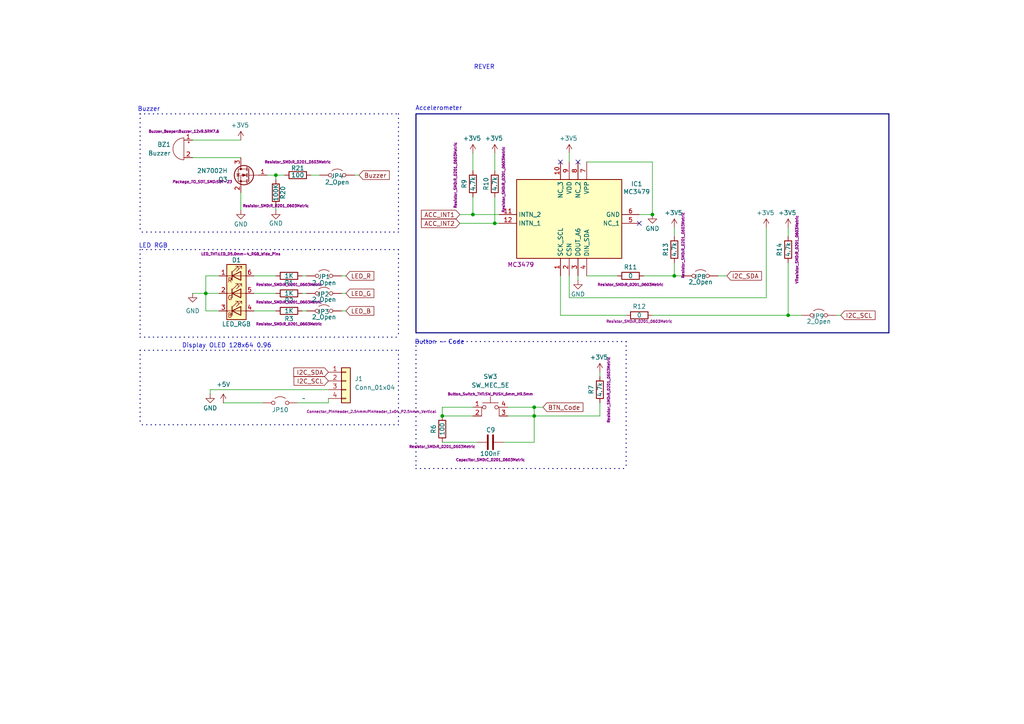
<source format=kicad_sch>
(kicad_sch (version 20231120) (generator "eeschema") (generator_version "8.0")
  (paper "A4")
  (lib_symbols
    (symbol "Connector_Generic:Conn_01x04" (pin_names (offset 1.016) hide)
      (property "Reference" "J" (at 0 5.08 0))
      (property "Value" "Conn_01x04" (at 0 -7.62 0))
      (symbol "Conn_01x04_1_1"
        (rectangle (start -1.27 -4.953) (end 0 -5.207) (stroke (width 0.1524)))
        (rectangle (start -1.27 -2.413) (end 0 -2.667) (stroke (width 0.1524)))
        (rectangle (start -1.27 0.127) (end 0 -0.127) (stroke (width 0.1524)))
        (rectangle (start -1.27 2.667) (end 0 2.413) (stroke (width 0.1524)))
        (rectangle (start -1.27 3.81) (end 1.27 -6.35) (stroke (width 0.254)) (fill (type background)))
        (pin passive line (at -5.08 2.54 0) (length 3.81) (name "Pin_1") (number "1"))
        (pin passive line (at -5.08 0 0) (length 3.81) (name "Pin_2") (number "2"))
        (pin passive line (at -5.08 -2.54 0) (length 3.81) (name "Pin_3") (number "3"))
        (pin passive line (at -5.08 -5.08 0) (length 3.81) (name "Pin_4") (number "4"))
      )
    )
    (symbol "Device:Buzzer" (pin_names (offset 0.0254) hide)
      (property "Reference" "BZ" (at 3.81 1.27 0))
      (property "Value" "Buzzer" (at 3.81 -1.27 0))
      (symbol "Buzzer_0_1"
        (arc (start 0 -3.175) (mid 3.1612 0) (end 0 3.175))
        (polyline (pts (xy -1.651 1.905) (xy -1.143 1.905)))
        (polyline (pts (xy -1.397 2.159) (xy -1.397 1.651)))
        (polyline (pts (xy 0 3.175) (xy 0 -3.175)))
      )
      (symbol "Buzzer_1_1"
        (pin passive line (at -2.54 2.54 0) (length 2.54) (name "+") (number "1"))
        (pin passive line (at -2.54 -2.54 0) (length 2.54) (name "-") (number "2"))
      )
    )
    (symbol "Device:C" (pin_numbers hide) (pin_names (offset 0.254))
      (property "Reference" "C" (at 0.635 2.54 0))
      (property "Value" "C" (at 0.635 -2.54 0))
      (symbol "C_0_1"
        (polyline (pts (xy -2.032 -0.762) (xy 2.032 -0.762)) (stroke (width 0.508)))
        (polyline (pts (xy -2.032 0.762) (xy 2.032 0.762)) (stroke (width 0.508)))
      )
      (symbol "C_1_1"
        (pin passive line (at 0 3.81 270) (length 2.794) (name "~") (number "1"))
        (pin passive line (at 0 -3.81 90) (length 2.794) (name "~") (number "2"))
      )
    )
    (symbol "Device:LED_RGB" (pin_names (offset 0) hide)
      (property "Reference" "D" (at 0 9.398 0))
      (property "Value" "LED_RGB" (at 0 -8.89 0))
      (symbol "LED_RGB_0_0"
        (text "B" (at -1.905 -6.35 0) (effects (font (size 1.27 1.27))))
        (text "G" (at -1.905 -1.27 0) (effects (font (size 1.27 1.27))))
        (text "R" (at -1.905 3.81 0) (effects (font (size 1.27 1.27))))
      )
      (symbol "LED_RGB_0_1"
        (polyline (pts (xy -1.27 -5.08) (xy -2.54 -5.08)))
        (polyline (pts (xy -1.27 -5.08) (xy 1.27 -5.08)))
        (polyline (pts (xy -1.27 -3.81) (xy -1.27 -6.35)) (stroke (width 0.254)))
        (polyline (pts (xy -1.27 0) (xy -2.54 0)))
        (polyline (pts (xy -1.27 1.27) (xy -1.27 -1.27)) (stroke (width 0.254)))
        (polyline (pts (xy -1.27 5.08) (xy -2.54 5.08)))
        (polyline (pts (xy -1.27 5.08) (xy 1.27 5.08)))
        (polyline (pts (xy -1.27 6.35) (xy -1.27 3.81)) (stroke (width 0.254)))
        (polyline (pts (xy 1.27 -5.08) (xy 2.54 -5.08)))
        (polyline (pts (xy 1.27 0) (xy -1.27 0)))
        (polyline (pts (xy 1.27 0) (xy 2.54 0)))
        (polyline (pts (xy 1.27 5.08) (xy 2.54 5.08)))
        (polyline (pts (xy -1.27 1.27) (xy -1.27 -1.27) (xy -1.27 -1.27)))
        (polyline (pts (xy -1.27 6.35) (xy -1.27 3.81) (xy -1.27 3.81)))
        (polyline (pts (xy 1.27 -3.81) (xy 1.27 -6.35) (xy -1.27 -5.08) (xy 1.27 -3.81)) (stroke (width 0.254)))
        (polyline (pts (xy 1.27 1.27) (xy 1.27 -1.27) (xy -1.27 0) (xy 1.27 1.27)) (stroke (width 0.254)))
        (polyline (pts (xy 1.27 6.35) (xy 1.27 3.81) (xy -1.27 5.08) (xy 1.27 6.35)) (stroke (width 0.254)))
        (polyline (pts (xy -1.016 -3.81) (xy 0.508 -2.286) (xy -0.254 -2.286) (xy 0.508 -2.286) (xy 0.508 -3.048)))
        (polyline (pts (xy -1.016 1.27) (xy 0.508 2.794) (xy -0.254 2.794) (xy 0.508 2.794) (xy 0.508 2.032)))
        (polyline (pts (xy -1.016 6.35) (xy 0.508 7.874) (xy -0.254 7.874) (xy 0.508 7.874) (xy 0.508 7.112)))
        (polyline (pts (xy 0 -3.81) (xy 1.524 -2.286) (xy 0.762 -2.286) (xy 1.524 -2.286) (xy 1.524 -3.048)))
        (polyline (pts (xy 0 1.27) (xy 1.524 2.794) (xy 0.762 2.794) (xy 1.524 2.794) (xy 1.524 2.032)))
        (polyline (pts (xy 0 6.35) (xy 1.524 7.874) (xy 0.762 7.874) (xy 1.524 7.874) (xy 1.524 7.112)))
        (rectangle (start 1.27 -1.27) (end 1.27 1.27))
        (rectangle (start 1.27 1.27) (end 1.27 1.27))
        (rectangle (start 1.27 3.81) (end 1.27 6.35))
        (rectangle (start 1.27 6.35) (end 1.27 6.35))
        (rectangle (start 2.794 8.382) (end -2.794 -7.62) (stroke (width 0.254)) (fill (type background)))
      )
      (symbol "LED_RGB_1_1"
        (pin passive line (at -5.08 5.08 0) (length 2.54) (name "RK") (number "1"))
        (pin passive line (at -5.08 0 0) (length 2.54) (name "GK") (number "2"))
        (pin passive line (at -5.08 -5.08 0) (length 2.54) (name "BK") (number "3"))
        (pin passive line (at 5.08 -5.08 180) (length 2.54) (name "BA") (number "4"))
        (pin passive line (at 5.08 0 180) (length 2.54) (name "GA") (number "5"))
        (pin passive line (at 5.08 5.08 180) (length 2.54) (name "RA") (number "6"))
      )
    )
    (symbol "Device:R" (pin_numbers hide) (pin_names (offset 0))
      (property "Reference" "R" (at 2.032 0 90))
      (property "Value" "R" (at 0 0 90))
      (symbol "R_0_1"
        (rectangle (start -1.016 -2.54) (end 1.016 2.54) (stroke (width 0.254)))
      )
      (symbol "R_1_1"
        (pin passive line (at 0 3.81 270) (length 1.27) (name "~") (number "1"))
        (pin passive line (at 0 -3.81 90) (length 1.27) (name "~") (number "2"))
      )
    )
    (symbol "FK:+3V5" (power) (pin_names (offset 0))
      (property "Value" "+3V5" (at 0 3.556 0))
      (symbol "+3V5_0_1"
        (polyline (pts (xy -0.762 1.27) (xy 0 2.54)))
        (polyline (pts (xy 0 0) (xy 0 2.54)))
        (polyline (pts (xy 0 2.54) (xy 0.762 1.27)))
      )
      (symbol "+3V5_1_1"
        (pin power_in line (at 0 0 90) (length 0) hide (name "+3V5") (number "1"))
      )
    )
    (symbol "Jumper:Jumper_2_Open" (pin_numbers hide) (pin_names (offset 0) hide) (exclude_from_sim yes)
      (property "Reference" "JP" (at 0 2.794 0))
      (property "Value" "Jumper_2_Open" (at 0 -2.286 0))
      (symbol "Jumper_2_Open_0_0"
        (circle (center -2.032 0) (radius 0.508))
        (circle (center 2.032 0) (radius 0.508))
      )
      (symbol "Jumper_2_Open_0_1"
        (arc (start 1.524 1.27) (mid 0 1.778) (end -1.524 1.27))
      )
      (symbol "Jumper_2_Open_1_1"
        (pin passive line (at -5.08 0 0) (length 2.54) (name "A") (number "1"))
        (pin passive line (at 5.08 0 180) (length 2.54) (name "B") (number "2"))
      )
    )
    (symbol "MC3479:MC3479"
      (property "Reference" "IC" (at 29.21 17.78 0))
      (property "Value" "MC3479" (at 29.21 15.24 0))
      (symbol "MC3479_1_1"
        (rectangle (start 5.08 12.7) (end 27.94 -17.78) (stroke (width 0.254)) (fill (type background)))
        (pin passive line (at 0 0 0) (length 5.08) (name "SCK_SCL") (number "1"))
        (pin passive line (at 33.02 0 180) (length 5.08) (name "NC_3") (number "10"))
        (pin passive line (at 17.78 17.78 270) (length 5.08) (name "INTN_2") (number "11"))
        (pin passive line (at 15.24 17.78 270) (length 5.08) (name "INTN_1") (number "12"))
        (pin passive line (at 0 -2.54 0) (length 5.08) (name "CSN") (number "2"))
        (pin passive line (at 0 -5.08 0) (length 5.08) (name "DOUT_A6") (number "3"))
        (pin passive line (at 0 -7.62 0) (length 5.08) (name "DIN_SDA") (number "4"))
        (pin passive line (at 15.24 -22.86 90) (length 5.08) (name "NC_1") (number "5"))
        (pin passive line (at 17.78 -22.86 90) (length 5.08) (name "GND") (number "6"))
        (pin passive line (at 33.02 -7.62 180) (length 5.08) (name "VPP") (number "7"))
        (pin passive line (at 33.02 -5.08 180) (length 5.08) (name "NC_2") (number "8"))
        (pin passive line (at 33.02 -2.54 180) (length 5.08) (name "VDD") (number "9"))
      )
    )
    (symbol "Switch:SW_MEC_5E" (pin_names (offset 1.016) hide)
      (property "Reference" "SW" (at 0.635 5.715 0))
      (property "Value" "SW_MEC_5E" (at 0 -3.175 0))
      (symbol "SW_MEC_5E_0_1"
        (circle (center -1.778 2.54) (radius 0.508))
        (polyline (pts (xy -2.286 3.81) (xy 2.286 3.81)))
        (polyline (pts (xy 0 3.81) (xy 0 5.588)))
        (polyline (pts (xy -2.54 0) (xy -2.54 2.54) (xy -2.286 2.54)))
        (polyline (pts (xy 2.54 0) (xy 2.54 2.54) (xy 2.286 2.54)))
        (circle (center 1.778 2.54) (radius 0.508))
        (pin passive line (at -5.08 2.54 0) (length 2.54) (name "1") (number "1"))
        (pin passive line (at -5.08 0 0) (length 2.54) (name "2") (number "2"))
        (pin passive line (at 5.08 0 180) (length 2.54) (name "K") (number "3"))
        (pin passive line (at 5.08 2.54 180) (length 2.54) (name "A") (number "4"))
      )
    )
    (symbol "Transistor_FET:2N7002H" (pin_names hide)
      (property "Reference" "Q" (at 5.08 1.905 0))
      (property "Value" "2N7002H" (at 5.08 0 0))
      (symbol "2N7002H_0_1"
        (polyline (pts (xy 0.254 0) (xy -2.54 0)))
        (polyline (pts (xy 0.254 1.905) (xy 0.254 -1.905)) (stroke (width 0.254)))
        (polyline (pts (xy 0.762 -1.27) (xy 0.762 -2.286)) (stroke (width 0.254)))
        (polyline (pts (xy 0.762 0.508) (xy 0.762 -0.508)) (stroke (width 0.254)))
        (polyline (pts (xy 0.762 2.286) (xy 0.762 1.27)) (stroke (width 0.254)))
        (polyline (pts (xy 2.54 2.54) (xy 2.54 1.778)))
        (polyline (pts (xy 2.54 -2.54) (xy 2.54 0) (xy 0.762 0)))
        (polyline (pts (xy 0.762 -1.778) (xy 3.302 -1.778) (xy 3.302 1.778) (xy 0.762 1.778)))
        (polyline (pts (xy 1.016 0) (xy 2.032 0.381) (xy 2.032 -0.381) (xy 1.016 0)) (fill (type outline)))
        (polyline (pts (xy 2.794 0.508) (xy 2.921 0.381) (xy 3.683 0.381) (xy 3.81 0.254)))
        (polyline (pts (xy 3.302 0.381) (xy 2.921 -0.254) (xy 3.683 -0.254) (xy 3.302 0.381)))
        (circle (center 1.651 0) (radius 2.794) (stroke (width 0.254)))
        (circle (center 2.54 -1.778) (radius 0.254) (fill (type outline)))
        (circle (center 2.54 1.778) (radius 0.254) (fill (type outline)))
      )
      (symbol "2N7002H_1_1"
        (pin input line (at -5.08 0 0) (length 2.54) (name "G") (number "1"))
        (pin passive line (at 2.54 -5.08 90) (length 2.54) (name "S") (number "2"))
        (pin passive line (at 2.54 5.08 270) (length 2.54) (name "D") (number "3"))
      )
    )
    (symbol "power:+5V" (power) (pin_numbers hide) (pin_names (offset 0) hide)
      (property "Value" "+5V" (at 0 3.556 0))
      (symbol "+5V_0_1"
        (polyline (pts (xy -0.762 1.27) (xy 0 2.54)))
        (polyline (pts (xy 0 0) (xy 0 2.54)))
        (polyline (pts (xy 0 2.54) (xy 0.762 1.27)))
      )
      (symbol "+5V_1_1"
        (pin power_in line (at 0 0 90) (length 0) (name "~") (number "1"))
      )
    )
    (symbol "power:GND" (power) (pin_numbers hide) (pin_names (offset 0) hide)
      (property "Value" "GND" (at 0 -3.81 0))
      (symbol "GND_0_1"
        (polyline (pts (xy 0 0) (xy 0 -1.27) (xy 1.27 -1.27) (xy 0 -2.54) (xy -1.27 -1.27) (xy 0 -1.27)))
      )
      (symbol "GND_1_1"
        (pin power_in line (at 0 0 270) (length 0) (name "~") (number "1"))
      )
    )
  )
  (junction (at 195.58 80.01))
  (junction (at 189.23 62.23))
  (junction (at 154.94 118.11))
  (junction (at 80.01 50.8))
  (junction (at 137.16 62.23))
  (junction (at 154.94 120.65))
  (junction (at 228.6 91.44))
  (junction (at 59.69 85.09))
  (junction (at 143.51 64.77))
  (junction (at 128.27 120.65))
  (no_connect (at 162.56 46.99))
  (no_connect (at 185.42 64.77))
  (no_connect (at 167.64 46.99))
  (bus (pts (xy 40.64 101.6) (xy 40.64 123.19)) (stroke (width 0) (type dot)))
  (wire (pts (xy 82.55 50.8) (xy 80.01 50.8)))
  (wire (pts (xy 143.51 57.15) (xy 143.51 64.77)))
  (wire (pts (xy 195.58 80.01) (xy 186.69 80.01)))
  (wire (pts (xy 133.35 64.77) (xy 143.51 64.77)))
  (wire (pts (xy 138.43 128.27) (xy 128.27 128.27)))
  (wire (pts (xy 99.06 85.09) (xy 100.33 85.09)))
  (wire (pts (xy 228.6 91.44) (xy 232.41 91.44)))
  (wire (pts (xy 59.69 80.01) (xy 59.69 85.09)))
  (wire (pts (xy 86.36 116.84) (xy 95.25 116.84)))
  (wire (pts (xy 154.94 120.65) (xy 147.32 120.65)))
  (wire (pts (xy 170.18 46.99) (xy 189.23 46.99)))
  (wire (pts (xy 99.06 90.17) (xy 100.33 90.17)))
  (bus (pts (xy 115.57 101.6) (xy 115.57 123.19)) (stroke (width 0) (type dot)))
  (wire (pts (xy 167.64 81.28) (xy 167.64 80.01)))
  (wire (pts (xy 80.01 52.07) (xy 80.01 50.8)))
  (wire (pts (xy 87.63 80.01) (xy 88.9 80.01)))
  (wire (pts (xy 80.01 80.01) (xy 73.66 80.01)))
  (wire (pts (xy 137.16 62.23) (xy 144.78 62.23)))
  (bus (pts (xy 40.64 33.02) (xy 40.64 67.31)) (stroke (width 0) (type dot)))
  (wire (pts (xy 154.94 120.65) (xy 173.99 120.65)))
  (wire (pts (xy 137.16 44.45) (xy 137.16 49.53)))
  (wire (pts (xy 222.25 66.04) (xy 222.25 86.36)))
  (wire (pts (xy 154.94 118.11) (xy 154.94 120.65)))
  (wire (pts (xy 165.1 80.01) (xy 165.1 86.36)))
  (wire (pts (xy 80.01 60.96) (xy 80.01 59.69)))
  (bus (pts (xy 257.81 33.02) (xy 257.81 96.52)))
  (bus (pts (xy 40.64 33.02) (xy 115.57 33.02)) (stroke (width 0) (type dot)))
  (wire (pts (xy 102.87 50.8) (xy 104.14 50.8)))
  (bus (pts (xy 120.65 33.02) (xy 257.81 33.02)))
  (wire (pts (xy 165.1 86.36) (xy 222.25 86.36)))
  (wire (pts (xy 128.27 120.65) (xy 137.16 120.65)))
  (wire (pts (xy 143.51 64.77) (xy 144.78 64.77)))
  (bus (pts (xy 120.65 33.02) (xy 120.65 96.52)))
  (wire (pts (xy 208.28 80.01) (xy 210.82 80.01)))
  (bus (pts (xy 120.65 135.89) (xy 181.61 135.89)) (stroke (width 0) (type dot)))
  (wire (pts (xy 189.23 46.99) (xy 189.23 62.23)))
  (wire (pts (xy 189.23 62.23) (xy 185.42 62.23)))
  (wire (pts (xy 63.5 80.01) (xy 59.69 80.01)))
  (wire (pts (xy 90.17 50.8) (xy 92.71 50.8)))
  (wire (pts (xy 69.85 40.64) (xy 55.88 40.64)))
  (wire (pts (xy 59.69 90.17) (xy 59.69 85.09)))
  (wire (pts (xy 63.5 90.17) (xy 59.69 90.17)))
  (wire (pts (xy 59.69 85.09) (xy 63.5 85.09)))
  (wire (pts (xy 87.63 90.17) (xy 88.9 90.17)))
  (wire (pts (xy 69.85 60.96) (xy 69.85 55.88)))
  (wire (pts (xy 60.96 114.3) (xy 60.96 113.03)))
  (wire (pts (xy 179.07 80.01) (xy 170.18 80.01)))
  (wire (pts (xy 60.96 113.03) (xy 95.25 113.03)))
  (wire (pts (xy 143.51 44.45) (xy 143.51 49.53)))
  (wire (pts (xy 80.01 90.17) (xy 73.66 90.17)))
  (wire (pts (xy 228.6 76.2) (xy 228.6 91.44)))
  (wire (pts (xy 228.6 66.04) (xy 228.6 68.58)))
  (wire (pts (xy 195.58 80.01) (xy 198.12 80.01)))
  (bus (pts (xy 115.57 67.31) (xy 40.64 67.31)) (stroke (width 0) (type dot)))
  (wire (pts (xy 242.57 91.44) (xy 243.84 91.44)))
  (bus (pts (xy 120.65 99.06) (xy 120.65 135.89)) (stroke (width 0) (type dot)))
  (wire (pts (xy 137.16 118.11) (xy 128.27 118.11)))
  (wire (pts (xy 87.63 85.09) (xy 88.9 85.09)))
  (wire (pts (xy 173.99 120.65) (xy 173.99 116.84)))
  (wire (pts (xy 80.01 85.09) (xy 73.66 85.09)))
  (wire (pts (xy 80.01 50.8) (xy 77.47 50.8)))
  (wire (pts (xy 195.58 76.2) (xy 195.58 80.01)))
  (bus (pts (xy 40.64 97.79) (xy 115.57 97.79)) (stroke (width 0) (type dot)))
  (bus (pts (xy 115.57 123.19) (xy 40.64 123.19)) (stroke (width 0) (type dot)))
  (wire (pts (xy 133.35 62.23) (xy 137.16 62.23)))
  (bus (pts (xy 181.61 99.06) (xy 120.65 99.06)) (stroke (width 0) (type dot)))
  (wire (pts (xy 55.88 45.72) (xy 69.85 45.72)))
  (wire (pts (xy 173.99 107.95) (xy 173.99 109.22)))
  (wire (pts (xy 95.25 116.84) (xy 95.25 115.57)))
  (bus (pts (xy 257.81 96.52) (xy 120.65 96.52)))
  (wire (pts (xy 162.56 91.44) (xy 162.56 80.01)))
  (bus (pts (xy 40.64 101.6) (xy 115.57 101.6)) (stroke (width 0) (type dot)))
  (bus (pts (xy 115.57 72.39) (xy 115.57 97.79)) (stroke (width 0) (type dot)))
  (wire (pts (xy 154.94 120.65) (xy 154.94 128.27)))
  (wire (pts (xy 157.48 118.11) (xy 154.94 118.11)))
  (wire (pts (xy 147.32 118.11) (xy 154.94 118.11)))
  (wire (pts (xy 55.88 85.09) (xy 59.69 85.09)))
  (wire (pts (xy 64.77 116.84) (xy 76.2 116.84)))
  (bus (pts (xy 181.61 99.06) (xy 181.61 135.89)) (stroke (width 0) (type dot)))
  (bus (pts (xy 40.64 72.39) (xy 40.64 97.79)) (stroke (width 0) (type dot)))
  (bus (pts (xy 115.57 33.02) (xy 115.57 67.31)) (stroke (width 0) (type dot)))
  (wire (pts (xy 137.16 57.15) (xy 137.16 62.23)))
  (wire (pts (xy 165.1 44.45) (xy 165.1 46.99)))
  (wire (pts (xy 189.23 91.44) (xy 228.6 91.44)))
  (wire (pts (xy 99.06 80.01) (xy 100.33 80.01)))
  (wire (pts (xy 146.05 128.27) (xy 154.94 128.27)))
  (wire (pts (xy 128.27 118.11) (xy 128.27 120.65)))
  (wire (pts (xy 181.61 91.44) (xy 162.56 91.44)))
  (bus (pts (xy 115.57 72.39) (xy 40.64 72.39)) (stroke (width 0) (type dot)))
  (wire (pts (xy 195.58 66.04) (xy 195.58 68.58)))
  (text "Display OLED 128x64 0.96" (at 65.786 100.33 0) (effects (font (size 1.27 1.27))))
  (text "LED RGB" (at 44.45 71.374 0) (effects (font (size 1.27 1.27))))
  (text "REVER" (at 140.462 19.558 0) (effects (font (size 1.27 1.27))))
  (text "Buzzer" (at 43.18 31.75 0) (effects (font (size 1.27 1.27))))
  (text "Button - Code" (at 127.508 99.314 0) (effects (font (size 1.27 1.27))))
  (text "Accelerometer" (at 127.254 31.496 0) (effects (font (size 1.27 1.27))))
  (global_label "I2C_SCL" (shape input) (at 95.25 110.49 180) (property "Intersheetrefs" "${INTERSHEET_REFS}" (effects (hide yes))))
  (global_label "LED_G" (shape input) (at 100.33 85.09 0) (property "Intersheetrefs" "${INTERSHEET_REFS}" (effects (hide yes))))
  (global_label "Buzzer" (shape input) (at 104.14 50.8 0) (property "Intersheetrefs" "${INTERSHEET_REFS}" (effects (hide yes))))
  (global_label "I2C_SCL" (shape input) (at 243.84 91.44 0) (property "Intersheetrefs" "${INTERSHEET_REFS}" (effects (hide yes))))
  (global_label "LED_B" (shape input) (at 100.33 90.17 0) (property "Intersheetrefs" "${INTERSHEET_REFS}" (effects (hide yes))))
  (global_label "I2C_SDA" (shape input) (at 210.82 80.01 0) (property "Intersheetrefs" "${INTERSHEET_REFS}" (effects (hide yes))))
  (global_label "BTN_Code" (shape input) (at 157.48 118.11 0) (property "Intersheetrefs" "${INTERSHEET_REFS}" (effects (hide yes))))
  (global_label "LED_R" (shape input) (at 100.33 80.01 0) (property "Intersheetrefs" "${INTERSHEET_REFS}" (effects (hide yes))))
  (global_label "I2C_SDA" (shape input) (at 95.25 107.95 180) (property "Intersheetrefs" "${INTERSHEET_REFS}" (effects (hide yes))))
  (global_label "ACC_INT2" (shape input) (at 133.35 64.77 180) (property "Intersheetrefs" "${INTERSHEET_REFS}" (effects (hide yes))))
  (global_label "ACC_INT1" (shape input) (at 133.35 62.23 180) (property "Intersheetrefs" "${INTERSHEET_REFS}" (effects (hide yes))))
  (symbol (lib_id "FK:+3V5") (at 228.6 66.04 0) (unit 1)
    (property "Reference" "#PWR030" (effects (hide yes)))
    (property "Value" "+3V5" (at 228.346 61.722 0))
    (property "Description" "Power symbol creates a global label with name \"+3V8\"" (effects (hide yes)))
  )
  (symbol (lib_id "power:GND") (at 167.64 81.28 0) (unit 1)
    (property "Reference" "#PWR027" (effects (hide yes)))
    (property "Value" "GND" (at 167.64 85.344 0))
    (property "Description" "Power symbol creates a global label with name \"GND\" , ground" (effects (hide yes)))
  )
  (symbol (lib_id "FK:+3V5") (at 173.99 107.95 0) (unit 1)
    (property "Reference" "#PWR022" (effects (hide yes)))
    (property "Value" "+3V5" (at 173.736 103.632 0))
    (property "Description" "Power symbol creates a global label with name \"+3V8\"" (effects (hide yes)))
  )
  (symbol (lib_id "Device:R") (at 143.51 53.34 180) (unit 1)
    (property "Reference" "R10" (at 140.97 53.34 90))
    (property "Value" "4.7k" (at 143.51 53.34 90))
    (property "Footprint" "Resistor_SMD:R_0201_0603Metric" (at 146.05 52.07 90) (effects (font (size 0.762 0.762))))
    (property "Description" "Resistor" (effects (hide yes)))
  )
  (symbol (lib_id "Device:R") (at 83.82 85.09 90) (unit 1)
    (property "Reference" "R2" (at 83.82 87.122 90))
    (property "Value" "1K" (at 83.82 85.09 90))
    (property "Footprint" "Resistor_SMD:R_0201_0603Metric" (at 83.82 87.63 90) (effects (font (size 0.762 0.762))))
    (property "Description" "Resistor" (effects (hide yes)))
  )
  (symbol (lib_id "Jumper:Jumper_2_Open") (at 93.98 80.01 0) (unit 1) (exclude_from_sim yes)
    (property "Reference" "JP1" (at 93.98 80.264 0))
    (property "Value" "2_Open" (at 93.98 82.042 0))
    (property "Footprint" "TestPoint:TestPoint_2Pads_Pitch5.08mm_Drill1.3mm" (effects (hide yes)))
    (property "Description" "Jumper, 2-pole, open" (effects (hide yes)))
  )
  (symbol (lib_id "Device:R") (at 195.58 72.39 180) (unit 1)
    (property "Reference" "R13" (at 193.04 72.39 90))
    (property "Value" "4.7k" (at 195.58 72.39 90))
    (property "Footprint" "Resistor_SMD:R_0201_0603Metric" (at 198.12 71.12 90) (effects (font (size 0.762 0.762))))
    (property "Description" "Resistor" (effects (hide yes)))
  )
  (symbol (lib_id "Device:R") (at 182.88 80.01 90) (unit 1)
    (property "Reference" "R11" (at 182.88 77.47 90))
    (property "Value" "0" (at 182.88 80.01 90))
    (property "Footprint" "Resistor_SMD:R_0201_0603Metric" (at 182.88 82.55 90) (effects (font (size 0.762 0.762))))
    (property "Description" "Resistor" (effects (hide yes)))
  )
  (symbol (lib_id "power:GND") (at 189.23 62.23 0) (unit 1)
    (property "Reference" "#PWR028" (effects (hide yes)))
    (property "Value" "GND" (at 189.23 66.294 0))
    (property "Description" "Power symbol creates a global label with name \"GND\" , ground" (effects (hide yes)))
  )
  (symbol (lib_id "Device:C") (at 142.24 128.27 270) (unit 1)
    (property "Reference" "C9" (at 140.97 124.714 90) (effects (justify left)))
    (property "Value" "100nF" (at 139.192 131.572 90) (effects (justify left)))
    (property "Footprint" "Capacitor_SMD:C_0201_0603Metric" (at 142.24 133.35 90) (effects (font (size 0.762 0.762))))
    (property "Description" "Unpolarized capacitor" (effects (hide yes)))
  )
  (symbol (lib_id "Connector_Generic:Conn_01x04") (at 100.33 110.49 0) (unit 1)
    (property "Reference" "J1" (at 102.87 109.8549 0) (effects (justify left)))
    (property "Value" "Conn_01x04" (at 102.87 112.3949 0) (effects (justify left)))
    (property "Footprint" "Connector_PinHeader_2.54mm:PinHeader_1x04_P2.54mm_Vertical" (at 88.9 119.38 0) (effects (font (size 0.762 0.762)) (justify left)))
    (property "Description" "Generic connector, single row, 01x04, script generated (kicad-library-utils/schlib/autogen/connector/)" (effects (hide yes)))
  )
  (symbol (lib_id "Device:LED_RGB") (at 68.58 85.09 0) (unit 1)
    (property "Reference" "D1" (at 68.58 75.438 0))
    (property "Value" "LED_RGB" (at 68.58 93.98 0))
    (property "Footprint" "LED_THT:LED_D5.0mm-4_RGB_Wide_Pins" (at 69.85 73.66 0) (effects (font (size 0.762 0.762))))
    (property "Description" "RGB LED, 6 pin package" (effects (hide yes)))
  )
  (symbol (lib_id "Device:R") (at 173.99 113.03 180) (unit 1)
    (property "Reference" "R7" (at 171.45 113.03 90))
    (property "Value" "4.7k" (at 173.99 113.03 90))
    (property "Footprint" "Resistor_SMD:R_0201_0603Metric" (at 176.53 113.03 90) (effects (font (size 0.762 0.762))))
    (property "Description" "Resistor" (effects (hide yes)))
  )
  (symbol (lib_id "FK:+3V5") (at 222.25 66.04 0) (unit 1)
    (property "Reference" "#PWR029" (effects (hide yes)))
    (property "Value" "+3V5" (at 221.996 61.722 0))
    (property "Description" "Power symbol creates a global label with name \"+3V8\"" (effects (hide yes)))
  )
  (symbol (lib_id "Device:R") (at 83.82 90.17 90) (unit 1)
    (property "Reference" "R3" (at 83.82 92.456 90))
    (property "Value" "1K" (at 83.82 90.17 90))
    (property "Footprint" "Resistor_SMD:R_0201_0603Metric" (at 83.82 93.98 90) (effects (font (size 0.762 0.762))))
    (property "Description" "Resistor" (effects (hide yes)))
  )
  (symbol (lib_id "Jumper:Jumper_2_Open") (at 237.49 91.44 0) (unit 1) (exclude_from_sim yes)
    (property "Reference" "JP9" (at 237.236 91.694 0))
    (property "Value" "2_Open" (at 237.49 93.218 0))
    (property "Footprint" "TestPoint:TestPoint_2Pads_Pitch5.08mm_Drill1.3mm" (effects (hide yes)))
    (property "Description" "Jumper, 2-pole, open" (effects (hide yes)))
  )
  (symbol (lib_id "Jumper:Jumper_2_Open") (at 81.28 116.84 0) (unit 1) (exclude_from_sim yes)
    (property "Reference" "JP10" (at 81.28 118.872 0))
    (property "Value" "~" (at 88.138 115.57 0))
    (property "Footprint" "TestPoint:TestPoint_2Pads_Pitch5.08mm_Drill1.3mm" (effects (hide yes)))
    (property "Description" "Jumper, 2-pole, open" (effects (hide yes)))
  )
  (symbol (lib_id "FK:+3V5") (at 137.16 44.45 0) (unit 1)
    (property "Reference" "#PWR024" (effects (hide yes)))
    (property "Value" "+3V5" (at 136.906 40.132 0))
    (property "Description" "Power symbol creates a global label with name \"+3V8\"" (effects (hide yes)))
  )
  (symbol (lib_id "Switch:SW_MEC_5E") (at 142.24 120.65 0) (unit 1)
    (property "Reference" "SW3" (at 142.24 109.22 0))
    (property "Value" "SW_MEC_5E" (at 142.24 111.76 0))
    (property "Footprint" "Button_Switch_THT:SW_PUSH_6mm_H9.5mm" (at 142.24 114.3 0) (effects (font (size 0.762 0.762))))
    (property "Datasheet" "http://www.apem.com/int/index.php?controller=attachment&id_attachment=1371" (effects (hide yes)))
    (property "Description" "MEC 5E single pole normally-open tactile switch" (effects (hide yes)))
  )
  (symbol (lib_id "Jumper:Jumper_2_Open") (at 93.98 85.09 0) (unit 1) (exclude_from_sim yes)
    (property "Reference" "JP2" (at 93.726 85.344 0))
    (property "Value" "2_Open" (at 93.98 86.868 0))
    (property "Footprint" "TestPoint:TestPoint_2Pads_Pitch5.08mm_Drill1.3mm" (effects (hide yes)))
    (property "Description" "Jumper, 2-pole, open" (effects (hide yes)))
  )
  (symbol (lib_id "FK:+3V5") (at 143.51 44.45 0) (unit 1)
    (property "Reference" "#PWR045" (effects (hide yes)))
    (property "Value" "+3V5" (at 143.256 40.132 0))
    (property "Description" "Power symbol creates a global label with name \"+3V8\"" (effects (hide yes)))
  )
  (symbol (lib_id "power:+5V") (at 64.77 116.84 0) (unit 1)
    (property "Reference" "#PWR04" (effects (hide yes)))
    (property "Value" "+5V" (at 64.77 111.506 0))
    (property "Description" "Power symbol creates a global label with name \"+5V\"" (effects (hide yes)))
  )
  (symbol (lib_id "Jumper:Jumper_2_Open") (at 97.79 50.8 0) (unit 1) (exclude_from_sim yes)
    (property "Reference" "JP4" (at 97.79 51.054 0))
    (property "Value" "2_Open" (at 97.79 52.832 0))
    (property "Footprint" "TestPoint:TestPoint_2Pads_Pitch5.08mm_Drill1.3mm" (effects (hide yes)))
    (property "Description" "Jumper, 2-pole, open" (effects (hide yes)))
  )
  (symbol (lib_id "Transistor_FET:2N7002H") (at 72.39 50.8 0) (mirror y) (unit 1)
    (property "Reference" "Q3" (at 66.04 52.0701 0) (effects (justify left)))
    (property "Value" "2N7002H" (at 66.04 49.5301 0) (effects (justify left)))
    (property "Footprint" "Package_TO_SOT_SMD:SOT-23" (at 67.31 52.705 0) (effects (font (size 0.762 0.762) (italic yes)) (justify left)))
    (property "Datasheet" "http://www.diodes.com/assets/Datasheets/2N7002H.pdf" (effects (hide yes)))
    (property "Description" "0.21A Id, 60V Vds, N-Channel MOSFET, SOT-23" (effects (hide yes)))
  )
  (symbol (lib_id "Device:R") (at 80.01 55.88 180) (unit 1)
    (property "Reference" "R20" (at 82.042 55.88 90))
    (property "Value" "100K" (at 80.01 55.88 90))
    (property "Footprint" "Resistor_SMD:R_0201_0603Metric" (at 80.01 59.69 0) (effects (font (size 0.762 0.762))))
    (property "Description" "Resistor" (effects (hide yes)))
  )
  (symbol (lib_id "FK:+3V5") (at 165.1 44.45 0) (unit 1)
    (property "Reference" "#PWR026" (effects (hide yes)))
    (property "Value" "+3V5" (at 164.846 40.132 0))
    (property "Description" "Power symbol creates a global label with name \"+3V8\"" (effects (hide yes)))
  )
  (symbol (lib_id "power:GND") (at 55.88 85.09 0) (unit 1)
    (property "Reference" "#PWR02" (effects (hide yes)))
    (property "Value" "GND" (at 55.88 90.17 0))
    (property "Description" "Power symbol creates a global label with name \"GND\" , ground" (effects (hide yes)))
  )
  (symbol (lib_id "Device:R") (at 228.6 72.39 180) (unit 1)
    (property "Reference" "R14" (at 226.06 72.39 90))
    (property "Value" "4.7k" (at 228.6 72.39 90))
    (property "Footprint" "VResistor_SMD:R_0201_0603Metric" (at 231.14 72.39 90) (effects (font (size 0.762 0.762))))
    (property "Description" "Resistor" (effects (hide yes)))
  )
  (symbol (lib_id "Jumper:Jumper_2_Open") (at 203.2 80.01 0) (unit 1) (exclude_from_sim yes)
    (property "Reference" "JP8" (at 202.946 80.264 0))
    (property "Value" "2_Open" (at 203.2 81.788 0))
    (property "Footprint" "TestPoint:TestPoint_2Pads_Pitch5.08mm_Drill1.3mm" (effects (hide yes)))
    (property "Description" "Jumper, 2-pole, open" (effects (hide yes)))
  )
  (symbol (lib_id "power:GND") (at 80.01 60.96 0) (mirror y) (unit 1)
    (property "Reference" "#PWR043" (effects (hide yes)))
    (property "Value" "GND" (at 77.978 64.77 0) (effects (justify right)))
    (property "Description" "Power symbol creates a global label with name \"GND\" , ground" (effects (hide yes)))
  )
  (symbol (lib_id "Device:R") (at 185.42 91.44 90) (unit 1)
    (property "Reference" "R12" (at 185.42 88.9 90))
    (property "Value" "0" (at 185.42 91.44 90))
    (property "Footprint" "Resistor_SMD:R_0201_0603Metric" (at 185.42 93.218 90) (effects (font (size 0.762 0.762))))
    (property "Description" "Resistor" (effects (hide yes)))
  )
  (symbol (lib_id "Jumper:Jumper_2_Open") (at 93.98 90.17 0) (unit 1) (exclude_from_sim yes)
    (property "Reference" "JP3" (at 93.726 90.424 0))
    (property "Value" "2_Open" (at 93.98 91.948 0))
    (property "Footprint" "TestPoint:TestPoint_2Pads_Pitch5.08mm_Drill1.3mm" (effects (hide yes)))
    (property "Description" "Jumper, 2-pole, open" (effects (hide yes)))
  )
  (symbol (lib_id "FK:+3V5") (at 195.58 66.04 0) (unit 1)
    (property "Reference" "#PWR025" (effects (hide yes)))
    (property "Value" "+3V5" (at 195.326 61.722 0))
    (property "Description" "Power symbol creates a global label with name \"+3V8\"" (effects (hide yes)))
  )
  (symbol (lib_id "Device:R") (at 83.82 80.01 90) (unit 1)
    (property "Reference" "R1" (at 83.82 82.042 90))
    (property "Value" "1K" (at 83.82 80.01 90))
    (property "Footprint" "Resistor_SMD:R_0201_0603Metric" (at 83.82 82.55 90) (effects (font (size 0.762 0.762))))
    (property "Description" "Resistor" (effects (hide yes)))
  )
  (symbol (lib_id "Device:R") (at 137.16 53.34 180) (unit 1)
    (property "Reference" "R9" (at 134.62 53.34 90))
    (property "Value" "4.7k" (at 137.16 53.34 90))
    (property "Footprint" "Resistor_SMD:R_0201_0603Metric" (at 132.08 50.8 90) (effects (font (size 0.762 0.762))))
    (property "Description" "Resistor" (effects (hide yes)))
  )
  (symbol (lib_id "Device:R") (at 128.27 124.46 180) (unit 1)
    (property "Reference" "R6" (at 125.73 124.46 90))
    (property "Value" "100" (at 128.27 124.46 90))
    (property "Footprint" "Resistor_SMD:R_0201_0603Metric" (at 128.27 129.54 0) (effects (font (size 0.762 0.762))))
    (property "Description" "Resistor" (effects (hide yes)))
  )
  (symbol (lib_id "FK:+3V5") (at 69.85 40.64 0) (unit 1)
    (property "Reference" "#PWR031" (effects (hide yes)))
    (property "Value" "+3V5" (at 69.596 36.322 0))
    (property "Description" "Power symbol creates a global label with name \"+3V8\"" (effects (hide yes)))
  )
  (symbol (lib_id "power:GND") (at 60.96 114.3 0) (unit 1)
    (property "Reference" "#PWR05" (effects (hide yes)))
    (property "Value" "GND" (at 60.96 118.364 0))
    (property "Description" "Power symbol creates a global label with name \"GND\" , ground" (effects (hide yes)))
  )
  (symbol (lib_id "Device:R") (at 86.36 50.8 270) (unit 1)
    (property "Reference" "R21" (at 86.36 48.768 90))
    (property "Value" "100" (at 86.36 50.8 90))
    (property "Footprint" "Resistor_SMD:R_0201_0603Metric" (at 86.36 46.99 90) (effects (font (size 0.762 0.762))))
    (property "Description" "Resistor" (effects (hide yes)))
  )
  (symbol (lib_id "power:GND") (at 69.85 60.96 0) (mirror y) (unit 1)
    (property "Reference" "#PWR011" (effects (hide yes)))
    (property "Value" "GND" (at 67.818 65.024 0) (effects (justify right)))
    (property "Description" "Power symbol creates a global label with name \"GND\" , ground" (effects (hide yes)))
  )
  (symbol (lib_id "MC3479:MC3479") (at 162.56 80.01 90) (unit 1)
    (property "Reference" "IC1" (at 184.658 53.34 90))
    (property "Value" "MC3479" (at 184.658 55.626 90))
    (property "Footprint" "MC3479" (at 154.94 77.47 90) (effects (justify left top)))
    (property "Datasheet" "http://www.memsic.com/uploadfiles/2020/08/20200827164636363.pdf" (effects (hide yes)))
    (property "Description" "Accelerometers Small Digital 3-axis Accelerometer Sensor" (effects (hide yes)))
    (property "Height" "1" (effects (hide yes)))
    (property "Mouser Part Number" "498-MC3479" (effects (hide yes)))
    (property "Mouser Price/Stock" "https://www.mouser.co.uk/ProductDetail/MEMSIC/MC3479?qs=OlC7AqGiEDmYmlaMvA9fTA%3D%3D" (effects (hide yes)))
    (property "Manufacturer_Name" "MEMSIC" (effects (hide yes)))
    (property "Manufacturer_Part_Number" "MC3479" (effects (hide yes)))
  )
  (symbol (lib_id "Device:Buzzer") (at 53.34 43.18 0) (mirror y) (unit 1)
    (property "Reference" "BZ1" (at 49.53 41.9099 0) (effects (justify left)))
    (property "Value" "Buzzer" (at 49.53 44.4499 0) (effects (justify left)))
    (property "Footprint" "Buzzer_Beeper:Buzzer_12x9.5RM7.6" (at 53.34 38.1 0) (effects (font (size 0.762 0.762))))
    (property "Description" "Buzzer, polarized" (effects (hide yes)))
  )
)
</source>
